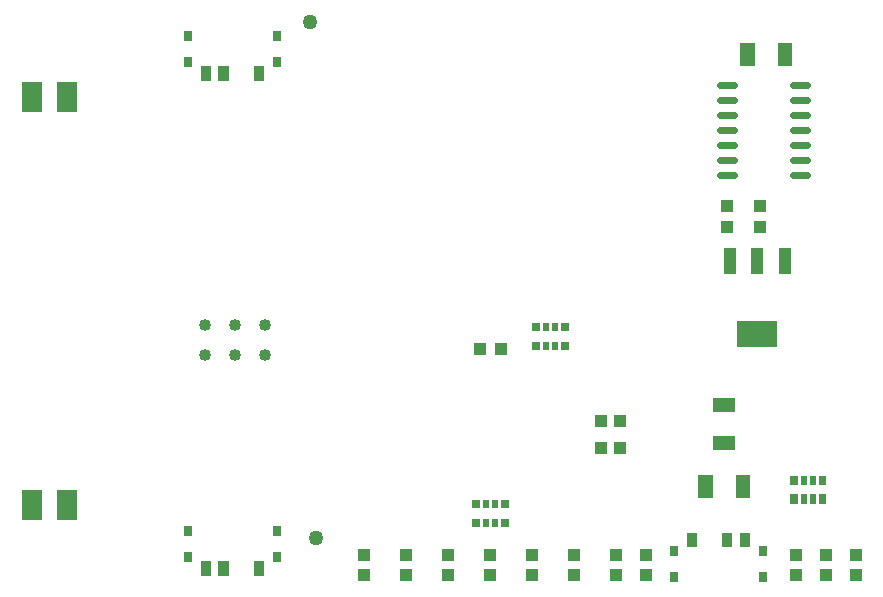
<source format=gtp>
G04 Layer: TopPasteMaskLayer*
G04 EasyEDA v6.4.17, 2021-03-02T21:28:07+01:00*
G04 1007e7e2c1864e39a1c220729244a999,9c416354eb984020824aaf9c885bead6,10*
G04 Gerber Generator version 0.2*
G04 Scale: 100 percent, Rotated: No, Reflected: No *
G04 Dimensions in inches *
G04 leading zeros omitted , absolute positions ,3 integer and 6 decimal *
%FSLAX36Y36*%
%MOIN*%

%ADD12C,0.0400*%
%ADD16C,0.0236*%
%ADD22C,0.0500*%
%ADD24R,0.0748X0.0472*%
%ADD25R,0.0354X0.0492*%
%ADD26R,0.0315X0.0354*%
%ADD27R,0.0709X0.1024*%
%ADD28R,0.0390X0.0430*%
%ADD29R,0.0394X0.0433*%
%ADD30R,0.0256X0.0315*%
%ADD31R,0.0197X0.0315*%
%ADD32R,0.0433X0.0394*%
%ADD33R,0.0430X0.0850*%
%ADD34R,0.1380X0.0850*%

%LPD*%
D16*
X2368428Y420000D02*
G01*
X2415672Y420000D01*
X2368428Y470000D02*
G01*
X2415672Y470000D01*
X2368428Y520000D02*
G01*
X2415672Y520000D01*
X2368428Y570000D02*
G01*
X2415672Y570000D01*
X2368428Y620000D02*
G01*
X2415672Y620000D01*
X2368428Y670000D02*
G01*
X2415672Y670000D01*
X2368428Y720000D02*
G01*
X2415672Y720000D01*
X2124327Y420000D02*
G01*
X2171571Y420000D01*
X2124327Y470000D02*
G01*
X2171571Y470000D01*
X2124327Y520000D02*
G01*
X2171571Y520000D01*
X2124327Y570000D02*
G01*
X2171571Y570000D01*
X2124327Y620000D02*
G01*
X2171571Y620000D01*
X2124327Y670000D02*
G01*
X2171571Y670000D01*
X2124327Y720000D02*
G01*
X2171571Y720000D01*
D22*
G01*
X780000Y-790000D03*
G01*
X760000Y930000D03*
G36*
X2193386Y857402D02*
G01*
X2240630Y857402D01*
X2240630Y782597D01*
X2193386Y782597D01*
G37*
G36*
X2319376Y857402D02*
G01*
X2366620Y857402D01*
X2366620Y782597D01*
X2319376Y782597D01*
G37*
D24*
G01*
X2140000Y-472989D03*
G01*
X2140000Y-346999D03*
G36*
X393694Y782105D02*
G01*
X429128Y782105D01*
X429128Y732894D01*
X393694Y732894D01*
G37*
G36*
X452755Y782105D02*
G01*
X488189Y782105D01*
X488189Y732894D01*
X452755Y732894D01*
G37*
G36*
X570864Y782105D02*
G01*
X606298Y782105D01*
X606298Y732894D01*
X570864Y732894D01*
G37*
D26*
G01*
X350390Y795889D03*
G01*
X350390Y882500D03*
G01*
X649609Y795889D03*
G01*
X649609Y882500D03*
G36*
X393694Y-867894D02*
G01*
X429128Y-867894D01*
X429128Y-917105D01*
X393694Y-917105D01*
G37*
G36*
X452755Y-867894D02*
G01*
X488189Y-867894D01*
X488189Y-917105D01*
X452755Y-917105D01*
G37*
G36*
X570864Y-867894D02*
G01*
X606298Y-867894D01*
X606298Y-917105D01*
X570864Y-917105D01*
G37*
G01*
X350390Y-854110D03*
G01*
X350390Y-767500D03*
G01*
X649609Y-854110D03*
G01*
X649609Y-767500D03*
D27*
G01*
X-50900Y-680000D03*
G01*
X-169099Y-680000D03*
G01*
X-50900Y680000D03*
G01*
X-169099Y680000D03*
D28*
G01*
X2480000Y-846500D03*
G01*
X2480000Y-913499D03*
G01*
X1640000Y-846500D03*
G01*
X1640000Y-913499D03*
G01*
X2380000Y-846500D03*
G01*
X2380000Y-913499D03*
G01*
X2580000Y-846500D03*
G01*
X2580000Y-913499D03*
G36*
X2179376Y-582597D02*
G01*
X2226620Y-582597D01*
X2226620Y-657402D01*
X2179376Y-657402D01*
G37*
G36*
X2053386Y-582597D02*
G01*
X2100630Y-582597D01*
X2100630Y-657402D01*
X2053386Y-657402D01*
G37*
G01*
X1780000Y-846500D03*
G01*
X1780000Y-913499D03*
G01*
X1880000Y-846500D03*
G01*
X1880000Y-913499D03*
D29*
G01*
X1728530Y-400000D03*
G01*
X1791520Y-400000D03*
G01*
X1728530Y-490000D03*
G01*
X1791520Y-490000D03*
D12*
G01*
X410000Y-80000D03*
G01*
X510000Y-80000D03*
G01*
X610000Y-80000D03*
G01*
X410000Y-180000D03*
G01*
X510000Y-180000D03*
G01*
X610000Y-180000D03*
D25*
G01*
X2208590Y-797500D03*
G01*
X2149530Y-797500D03*
G01*
X2031419Y-797500D03*
D26*
G01*
X2269610Y-835889D03*
G01*
X2269610Y-922500D03*
G01*
X1970389Y-835889D03*
G01*
X1970389Y-922500D03*
G36*
X2454444Y-582757D02*
G01*
X2480034Y-582757D01*
X2480034Y-614252D01*
X2454444Y-614252D01*
G37*
G36*
X2454444Y-645747D02*
G01*
X2480034Y-645747D01*
X2480034Y-677242D01*
X2454444Y-677242D01*
G37*
G36*
X2425906Y-582757D02*
G01*
X2445592Y-582757D01*
X2445592Y-614252D01*
X2425906Y-614252D01*
G37*
G36*
X2425906Y-645747D02*
G01*
X2445592Y-645747D01*
X2445592Y-677242D01*
X2425906Y-677242D01*
G37*
G36*
X2394407Y-582757D02*
G01*
X2414093Y-582757D01*
X2414093Y-614252D01*
X2394407Y-614252D01*
G37*
G36*
X2394407Y-645747D02*
G01*
X2414093Y-645747D01*
X2414093Y-677242D01*
X2394407Y-677242D01*
G37*
G36*
X2359965Y-582757D02*
G01*
X2385555Y-582757D01*
X2385555Y-614252D01*
X2359965Y-614252D01*
G37*
G36*
X2359965Y-645747D02*
G01*
X2385555Y-645747D01*
X2385555Y-677242D01*
X2359965Y-677242D01*
G37*
D30*
G01*
X1312759Y-741500D03*
G01*
X1312759Y-678510D03*
D31*
G01*
X1344250Y-741500D03*
G01*
X1344250Y-678510D03*
G01*
X1375749Y-741500D03*
G01*
X1375749Y-678510D03*
D30*
G01*
X1407240Y-741500D03*
G01*
X1407240Y-678510D03*
G01*
X1512759Y-151500D03*
G01*
X1512759Y-88510D03*
D31*
G01*
X1544250Y-151500D03*
G01*
X1544250Y-88510D03*
G01*
X1575749Y-151500D03*
G01*
X1575749Y-88510D03*
D30*
G01*
X1607240Y-151500D03*
G01*
X1607240Y-88510D03*
D28*
G01*
X1360000Y-846500D03*
G01*
X1360000Y-913499D03*
G01*
X1500000Y-846500D03*
G01*
X1500000Y-913499D03*
G01*
X1220000Y-846500D03*
G01*
X1220000Y-913499D03*
G01*
X1080000Y-846500D03*
G01*
X1080000Y-913499D03*
G01*
X940000Y-846500D03*
G01*
X940000Y-913499D03*
D29*
G01*
X1395429Y-160000D03*
G01*
X1324560Y-160000D03*
D32*
G01*
X2150000Y315430D03*
G01*
X2150000Y244560D03*
G01*
X2260000Y315430D03*
G01*
X2260000Y244560D03*
D33*
G01*
X2340500Y131999D03*
G01*
X2249499Y131999D03*
G01*
X2159499Y131999D03*
D34*
G01*
X2249499Y-111999D03*
M02*

</source>
